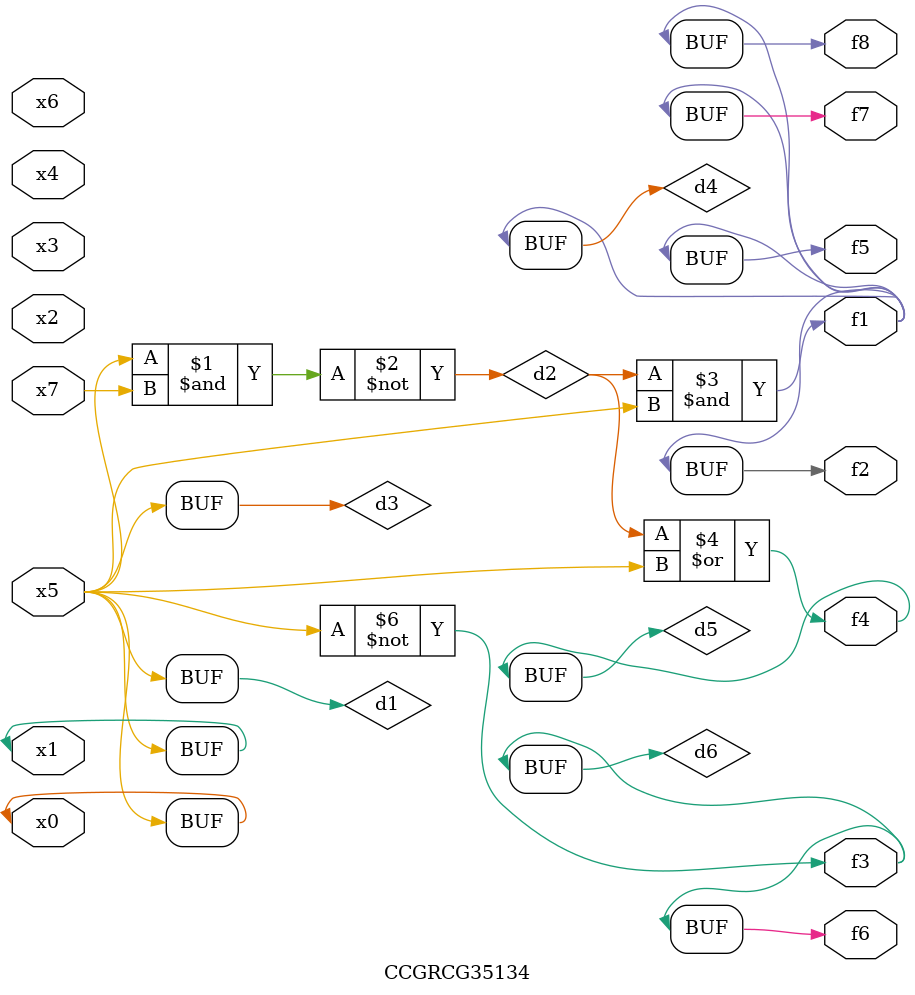
<source format=v>
module CCGRCG35134(
	input x0, x1, x2, x3, x4, x5, x6, x7,
	output f1, f2, f3, f4, f5, f6, f7, f8
);

	wire d1, d2, d3, d4, d5, d6;

	buf (d1, x0, x5);
	nand (d2, x5, x7);
	buf (d3, x0, x1);
	and (d4, d2, d3);
	or (d5, d2, d3);
	nor (d6, d1, d3);
	assign f1 = d4;
	assign f2 = d4;
	assign f3 = d6;
	assign f4 = d5;
	assign f5 = d4;
	assign f6 = d6;
	assign f7 = d4;
	assign f8 = d4;
endmodule

</source>
